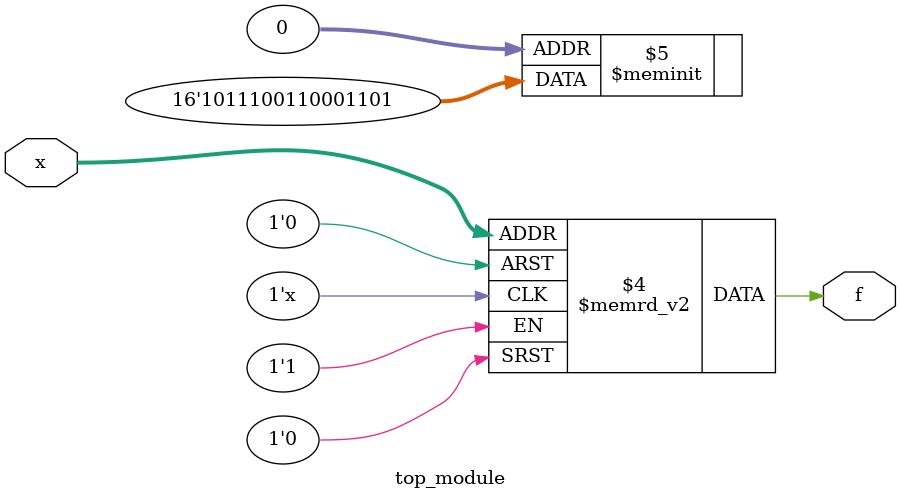
<source format=sv>
module top_module (
	input [4:1] x,
	output logic f
);

always_comb begin
    case (x)
        4'b0000: f = 1;
        4'b0001: f = 0;
        4'b0011: f = 1;
        4'b0010: f = 1;
        4'b0110: f = 0;
        4'b0111: f = 1;
        4'b0101: f = 0;
        4'b0100: f = 0;
        4'b1100: f = 1;
        4'b1101: f = 1;
        4'b1111: f = 1;
        4'b1110: f = 0;
        4'b1010: f = 0;
        4'b1011: f = 1;
        4'b1001: f = 0;
        4'b1000: f = 1;
        default: f = 0;
    endcase
end

endmodule

</source>
